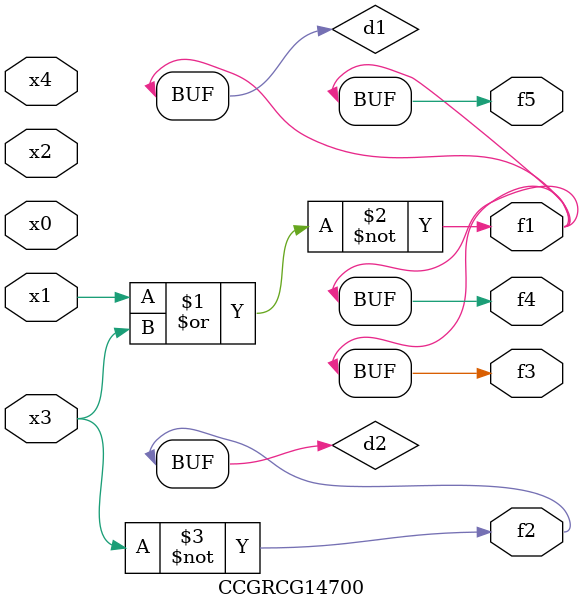
<source format=v>
module CCGRCG14700(
	input x0, x1, x2, x3, x4,
	output f1, f2, f3, f4, f5
);

	wire d1, d2;

	nor (d1, x1, x3);
	not (d2, x3);
	assign f1 = d1;
	assign f2 = d2;
	assign f3 = d1;
	assign f4 = d1;
	assign f5 = d1;
endmodule

</source>
